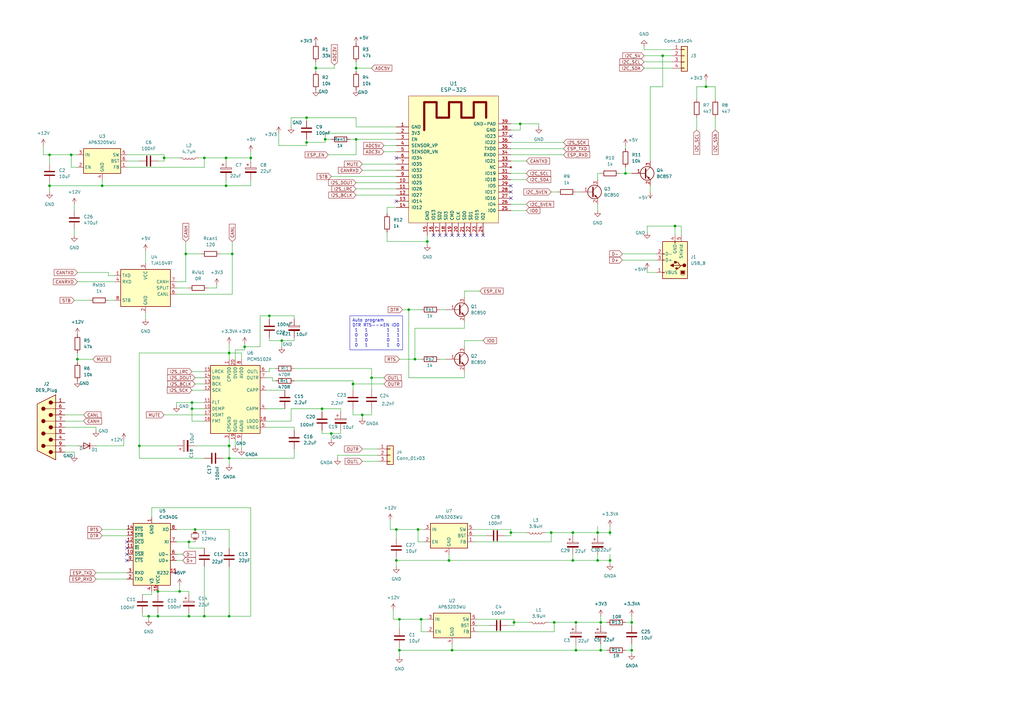
<source format=kicad_sch>
(kicad_sch (version 20231120) (generator "eeschema") (generator_version "8.0")
  (paper "A3")
  (junction (at 236.22 266.7))
  (junction (at 64.77 242.57))
  (junction (at 95.25 104.14))
  (junction (at 245.11 229.87))
  (junction (at 31.75 147.32))
  (junction (at 146.05 27.94))
  (junction (at 129.54 27.94))
  (junction (at 64.77 252.73))
  (junction (at 29.21 63.5))
  (junction (at 227.33 255.27))
  (junction (at 92.71 64.77))
  (junction (at 226.06 218.44))
  (junction (at 172.72 254))
  (junction (at 289.56 35.56))
  (junction (at 135.89 177.8))
  (junction (at 41.91 76.2))
  (junction (at 20.32 63.5))
  (junction (at 213.36 50.8))
  (junction (at 78.74 165.1))
  (junction (at 171.45 217.17))
  (junction (at 77.47 252.73))
  (junction (at 175.26 99.06))
  (junction (at 185.42 266.7))
  (junction (at 236.22 255.27))
  (junction (at 209.55 218.44))
  (junction (at 125.73 48.26))
  (junction (at 100.33 142.24))
  (junction (at 162.56 217.17))
  (junction (at 115.57 139.7))
  (junction (at 170.18 147.32))
  (junction (at 93.98 187.96))
  (junction (at 132.08 167.64))
  (junction (at 250.19 229.87))
  (junction (at 152.4 154.94))
  (junction (at 146.05 57.15))
  (junction (at 133.35 57.15))
  (junction (at 276.86 92.71))
  (junction (at 110.49 129.54))
  (junction (at 93.98 144.78))
  (junction (at 163.83 254))
  (junction (at 245.11 218.44))
  (junction (at 210.82 255.27))
  (junction (at 250.19 218.44))
  (junction (at 256.54 71.12))
  (junction (at 148.59 170.18))
  (junction (at 73.66 242.57))
  (junction (at 93.98 182.88))
  (junction (at 92.71 76.2))
  (junction (at 167.64 127))
  (junction (at 83.82 252.73))
  (junction (at 125.73 58.42))
  (junction (at 246.38 255.27))
  (junction (at 163.83 266.7))
  (junction (at 67.31 64.77))
  (junction (at 234.95 218.44))
  (junction (at 271.78 22.86))
  (junction (at 57.15 182.88))
  (junction (at 60.96 252.73))
  (junction (at 76.2 104.14))
  (junction (at 93.98 252.73))
  (junction (at 234.95 229.87))
  (junction (at 144.78 157.48))
  (junction (at 102.87 64.77))
  (junction (at 83.82 64.77))
  (junction (at 78.74 167.64))
  (junction (at 246.38 266.7))
  (junction (at 77.47 222.25))
  (junction (at 259.08 255.27))
  (junction (at 20.32 76.2))
  (junction (at 259.08 266.7))
  (junction (at 184.15 229.87))
  (junction (at 162.56 229.87))
  (junction (at 80.01 217.17))
  (no_connect (at 52.07 227.33))
  (no_connect (at 209.55 81.28))
  (no_connect (at 198.12 96.52))
  (no_connect (at 72.39 234.95))
  (no_connect (at 193.04 96.52))
  (no_connect (at 162.56 82.55))
  (no_connect (at 209.55 55.88))
  (no_connect (at 180.34 96.52))
  (no_connect (at 190.5 96.52))
  (no_connect (at 182.88 96.52))
  (no_connect (at 177.8 96.52))
  (no_connect (at 162.56 64.77))
  (no_connect (at 187.96 96.52))
  (no_connect (at 52.07 224.79))
  (no_connect (at 52.07 229.87))
  (no_connect (at 209.55 76.2))
  (no_connect (at 209.55 78.74))
  (no_connect (at 195.58 96.52))
  (no_connect (at 52.07 222.25))
  (no_connect (at 185.42 96.52))
  (wire (pts (xy 80.01 217.17) (xy 93.98 217.17)))
  (wire (pts (xy 266.7 35.56) (xy 266.7 66.04)))
  (wire (pts (xy 30.48 123.19) (xy 36.83 123.19)))
  (wire (pts (xy 31.75 147.32) (xy 38.1 147.32)))
  (wire (pts (xy 78.74 165.1) (xy 72.39 165.1)))
  (wire (pts (xy 119.38 52.07) (xy 119.38 48.26)))
  (wire (pts (xy 96.52 147.32) (xy 96.52 143.51)))
  (wire (pts (xy 100.33 142.24) (xy 106.68 142.24)))
  (wire (pts (xy 85.09 118.11) (xy 88.9 118.11)))
  (wire (pts (xy 102.87 252.73) (xy 93.98 252.73)))
  (wire (pts (xy 77.47 252.73) (xy 83.82 252.73)))
  (wire (pts (xy 279.4 96.52) (xy 279.4 92.71)))
  (wire (pts (xy 148.59 170.18) (xy 148.59 171.45)))
  (wire (pts (xy 99.06 144.78) (xy 93.98 144.78)))
  (wire (pts (xy 250.19 215.9) (xy 250.19 218.44)))
  (wire (pts (xy 209.55 66.04) (xy 215.9 66.04)))
  (wire (pts (xy 236.22 255.27) (xy 236.22 256.54)))
  (wire (pts (xy 148.59 170.18) (xy 152.4 170.18)))
  (wire (pts (xy 78.74 167.64) (xy 78.74 172.72)))
  (wire (pts (xy 209.55 50.8) (xy 213.36 50.8)))
  (wire (pts (xy 161.29 254) (xy 161.29 250.19)))
  (wire (pts (xy 184.15 229.87) (xy 184.15 227.33)))
  (wire (pts (xy 167.64 154.94) (xy 167.64 127)))
  (wire (pts (xy 148.59 184.15) (xy 154.94 184.15)))
  (wire (pts (xy 125.73 57.15) (xy 125.73 58.42)))
  (wire (pts (xy 106.68 129.54) (xy 110.49 129.54)))
  (wire (pts (xy 209.55 53.34) (xy 213.36 53.34)))
  (wire (pts (xy 293.37 48.26) (xy 293.37 53.34)))
  (wire (pts (xy 129.54 27.94) (xy 129.54 29.21)))
  (wire (pts (xy 83.82 64.77) (xy 83.82 68.58)))
  (wire (pts (xy 29.21 63.5) (xy 20.32 63.5)))
  (wire (pts (xy 57.15 182.88) (xy 72.39 182.88)))
  (wire (pts (xy 245.11 215.9) (xy 245.11 218.44)))
  (wire (pts (xy 64.77 252.73) (xy 77.47 252.73)))
  (wire (pts (xy 158.75 99.06) (xy 175.26 99.06)))
  (wire (pts (xy 165.1 127) (xy 167.64 127)))
  (wire (pts (xy 135.89 72.39) (xy 162.56 72.39)))
  (wire (pts (xy 133.35 54.61) (xy 162.56 54.61)))
  (wire (pts (xy 148.59 69.85) (xy 162.56 69.85)))
  (wire (pts (xy 77.47 251.46) (xy 77.47 252.73)))
  (wire (pts (xy 148.59 189.23) (xy 154.94 189.23)))
  (wire (pts (xy 67.31 63.5) (xy 67.31 64.77)))
  (wire (pts (xy 293.37 35.56) (xy 293.37 40.64)))
  (wire (pts (xy 20.32 76.2) (xy 20.32 78.74)))
  (wire (pts (xy 96.52 180.34) (xy 96.52 182.88)))
  (wire (pts (xy 102.87 64.77) (xy 102.87 66.04)))
  (wire (pts (xy 114.3 54.61) (xy 114.3 59.69)))
  (wire (pts (xy 78.74 165.1) (xy 78.74 167.64)))
  (wire (pts (xy 254 71.12) (xy 256.54 71.12)))
  (wire (pts (xy 115.57 139.7) (xy 115.57 142.24)))
  (wire (pts (xy 39.37 175.26) (xy 39.37 176.53)))
  (wire (pts (xy 250.19 218.44) (xy 250.19 219.71)))
  (wire (pts (xy 289.56 33.02) (xy 289.56 35.56)))
  (wire (pts (xy 132.08 177.8) (xy 135.89 177.8)))
  (wire (pts (xy 39.37 182.88) (xy 50.8 182.88)))
  (wire (pts (xy 62.23 212.09) (xy 62.23 208.28)))
  (wire (pts (xy 26.67 185.42) (xy 30.48 185.42)))
  (wire (pts (xy 119.38 172.72) (xy 119.38 167.64)))
  (wire (pts (xy 175.26 96.52) (xy 175.26 99.06)))
  (wire (pts (xy 246.38 255.27) (xy 246.38 256.54)))
  (wire (pts (xy 93.98 187.96) (xy 93.98 190.5)))
  (wire (pts (xy 190.5 134.62) (xy 170.18 134.62)))
  (wire (pts (xy 92.71 76.2) (xy 102.87 76.2)))
  (wire (pts (xy 100.33 142.24) (xy 100.33 140.97)))
  (wire (pts (xy 245.11 218.44) (xy 250.19 218.44)))
  (wire (pts (xy 234.95 229.87) (xy 245.11 229.87)))
  (wire (pts (xy 144.78 167.64) (xy 144.78 170.18)))
  (wire (pts (xy 259.08 266.7) (xy 259.08 267.97)))
  (wire (pts (xy 64.77 242.57) (xy 64.77 243.84)))
  (wire (pts (xy 144.78 156.21) (xy 144.78 157.48)))
  (wire (pts (xy 44.45 111.76) (xy 44.45 113.03)))
  (wire (pts (xy 59.69 128.27) (xy 59.69 130.81)))
  (wire (pts (xy 17.78 63.5) (xy 17.78 59.69)))
  (wire (pts (xy 72.39 227.33) (xy 74.93 227.33)))
  (wire (pts (xy 285.75 35.56) (xy 289.56 35.56)))
  (wire (pts (xy 44.45 123.19) (xy 46.99 123.19)))
  (wire (pts (xy 173.99 217.17) (xy 171.45 217.17)))
  (wire (pts (xy 264.16 27.94) (xy 275.59 27.94)))
  (wire (pts (xy 175.26 259.08) (xy 172.72 259.08)))
  (wire (pts (xy 266.7 76.2) (xy 266.7 78.74)))
  (wire (pts (xy 194.31 217.17) (xy 209.55 217.17)))
  (wire (pts (xy 256.54 71.12) (xy 259.08 71.12)))
  (wire (pts (xy 76.2 104.14) (xy 82.55 104.14)))
  (wire (pts (xy 83.82 165.1) (xy 78.74 165.1)))
  (wire (pts (xy 157.48 62.23) (xy 162.56 62.23)))
  (wire (pts (xy 77.47 222.25) (xy 77.47 224.79)))
  (wire (pts (xy 185.42 266.7) (xy 236.22 266.7)))
  (wire (pts (xy 132.08 167.64) (xy 139.7 167.64)))
  (wire (pts (xy 245.11 218.44) (xy 245.11 219.71)))
  (wire (pts (xy 58.42 252.73) (xy 60.96 252.73)))
  (wire (pts (xy 236.22 266.7) (xy 236.22 264.16)))
  (wire (pts (xy 195.58 259.08) (xy 227.33 259.08)))
  (wire (pts (xy 120.65 175.26) (xy 120.65 176.53)))
  (wire (pts (xy 246.38 255.27) (xy 248.92 255.27)))
  (wire (pts (xy 102.87 208.28) (xy 102.87 252.73)))
  (wire (pts (xy 135.89 177.8) (xy 139.7 177.8)))
  (wire (pts (xy 236.22 255.27) (xy 246.38 255.27)))
  (wire (pts (xy 72.39 217.17) (xy 80.01 217.17)))
  (wire (pts (xy 72.39 222.25) (xy 77.47 222.25)))
  (wire (pts (xy 246.38 252.73) (xy 246.38 255.27)))
  (wire (pts (xy 133.35 54.61) (xy 133.35 57.15)))
  (wire (pts (xy 31.75 147.32) (xy 31.75 148.59)))
  (wire (pts (xy 67.31 64.77) (xy 73.66 64.77)))
  (wire (pts (xy 246.38 264.16) (xy 246.38 266.7)))
  (wire (pts (xy 52.07 66.04) (xy 57.15 66.04)))
  (wire (pts (xy 120.65 156.21) (xy 144.78 156.21)))
  (wire (pts (xy 146.05 27.94) (xy 146.05 29.21)))
  (wire (pts (xy 41.91 219.71) (xy 52.07 219.71)))
  (wire (pts (xy 210.82 256.54) (xy 208.28 256.54)))
  (wire (pts (xy 210.82 254) (xy 210.82 255.27)))
  (wire (pts (xy 77.47 224.79) (xy 83.82 224.79)))
  (wire (pts (xy 264.16 20.32) (xy 275.59 20.32)))
  (wire (pts (xy 109.22 152.4) (xy 110.49 152.4)))
  (wire (pts (xy 80.01 154.94) (xy 83.82 154.94)))
  (wire (pts (xy 73.66 242.57) (xy 77.47 242.57)))
  (wire (pts (xy 220.98 50.8) (xy 220.98 52.07)))
  (wire (pts (xy 125.73 59.69) (xy 125.73 58.42)))
  (wire (pts (xy 276.86 92.71) (xy 279.4 92.71)))
  (wire (pts (xy 144.78 157.48) (xy 157.48 157.48)))
  (wire (pts (xy 72.39 229.87) (xy 74.93 229.87)))
  (wire (pts (xy 226.06 218.44) (xy 226.06 222.25)))
  (wire (pts (xy 190.5 119.38) (xy 190.5 121.92)))
  (wire (pts (xy 125.73 49.53) (xy 125.73 48.26)))
  (wire (pts (xy 256.54 68.58) (xy 256.54 71.12)))
  (wire (pts (xy 129.54 25.4) (xy 129.54 27.94)))
  (wire (pts (xy 78.74 160.02) (xy 83.82 160.02)))
  (wire (pts (xy 109.22 167.64) (xy 116.84 167.64)))
  (wire (pts (xy 102.87 62.23) (xy 102.87 64.77)))
  (wire (pts (xy 72.39 115.57) (xy 76.2 115.57)))
  (wire (pts (xy 167.64 127) (xy 172.72 127)))
  (wire (pts (xy 163.83 266.7) (xy 185.42 266.7)))
  (wire (pts (xy 132.08 176.53) (xy 132.08 177.8)))
  (wire (pts (xy 67.31 66.04) (xy 64.77 66.04)))
  (wire (pts (xy 162.56 229.87) (xy 184.15 229.87)))
  (wire (pts (xy 223.52 218.44) (xy 226.06 218.44)))
  (wire (pts (xy 120.65 129.54) (xy 120.65 130.81)))
  (wire (pts (xy 175.26 99.06) (xy 175.26 100.33)))
  (wire (pts (xy 209.55 71.12) (xy 215.9 71.12)))
  (wire (pts (xy 137.16 26.67) (xy 137.16 27.94)))
  (wire (pts (xy 265.43 111.76) (xy 265.43 110.49)))
  (wire (pts (xy 57.15 144.78) (xy 57.15 182.88)))
  (wire (pts (xy 289.56 35.56) (xy 293.37 35.56)))
  (wire (pts (xy 259.08 255.27) (xy 259.08 256.54)))
  (wire (pts (xy 173.99 222.25) (xy 171.45 222.25)))
  (wire (pts (xy 180.34 127) (xy 182.88 127)))
  (wire (pts (xy 209.55 60.96) (xy 231.14 60.96)))
  (wire (pts (xy 163.83 265.43) (xy 163.83 266.7)))
  (wire (pts (xy 93.98 182.88) (xy 93.98 187.96)))
  (wire (pts (xy 245.11 227.33) (xy 245.11 229.87)))
  (wire (pts (xy 256.54 255.27) (xy 259.08 255.27)))
  (wire (pts (xy 146.05 80.01) (xy 162.56 80.01)))
  (wire (pts (xy 139.7 167.64) (xy 139.7 168.91)))
  (wire (pts (xy 255.27 104.14) (xy 269.24 104.14)))
  (wire (pts (xy 77.47 242.57) (xy 77.47 243.84)))
  (wire (pts (xy 162.56 217.17) (xy 162.56 220.98)))
  (wire (pts (xy 64.77 252.73) (xy 64.77 251.46)))
  (wire (pts (xy 41.91 217.17) (xy 52.07 217.17)))
  (wire (pts (xy 114.3 59.69) (xy 125.73 59.69)))
  (wire (pts (xy 111.76 154.94) (xy 111.76 156.21)))
  (wire (pts (xy 209.55 219.71) (xy 207.01 219.71)))
  (wire (pts (xy 152.4 154.94) (xy 157.48 154.94)))
  (wire (pts (xy 195.58 256.54) (xy 200.66 256.54)))
  (wire (pts (xy 146.05 57.15) (xy 146.05 63.5)))
  (wire (pts (xy 91.44 187.96) (xy 93.98 187.96)))
  (wire (pts (xy 90.17 104.14) (xy 95.25 104.14)))
  (wire (pts (xy 72.39 120.65) (xy 95.25 120.65)))
  (wire (pts (xy 57.15 182.88) (xy 57.15 187.96)))
  (wire (pts (xy 80.01 182.88) (xy 93.98 182.88)))
  (wire (pts (xy 31.75 68.58) (xy 29.21 68.58)))
  (wire (pts (xy 259.08 264.16) (xy 259.08 266.7)))
  (wire (pts (xy 109.22 172.72) (xy 119.38 172.72)))
  (wire (pts (xy 110.49 138.43) (xy 110.49 139.7)))
  (wire (pts (xy 50.8 182.88) (xy 50.8 180.34)))
  (wire (pts (xy 83.82 232.41) (xy 83.82 252.73)))
  (wire (pts (xy 170.18 134.62) (xy 170.18 147.32)))
  (wire (pts (xy 67.31 170.18) (xy 83.82 170.18)))
  (wire (pts (xy 285.75 48.26) (xy 285.75 53.34)))
  (wire (pts (xy 160.02 217.17) (xy 160.02 213.36)))
  (wire (pts (xy 93.98 144.78) (xy 57.15 144.78)))
  (wire (pts (xy 146.05 77.47) (xy 162.56 77.47)))
  (wire (pts (xy 152.4 170.18) (xy 152.4 167.64)))
  (wire (pts (xy 58.42 251.46) (xy 58.42 252.73)))
  (wire (pts (xy 146.05 74.93) (xy 162.56 74.93)))
  (wire (pts (xy 60.96 252.73) (xy 64.77 252.73)))
  (wire (pts (xy 52.07 68.58) (xy 83.82 68.58)))
  (wire (pts (xy 72.39 165.1) (xy 72.39 166.37)))
  (wire (pts (xy 213.36 53.34) (xy 213.36 50.8)))
  (wire (pts (xy 110.49 139.7) (xy 115.57 139.7)))
  (wire (pts (xy 20.32 74.93) (xy 20.32 76.2)))
  (wire (pts (xy 120.65 151.13) (xy 152.4 151.13)))
  (wire (pts (xy 152.4 154.94) (xy 152.4 160.02)))
  (wire (pts (xy 163.83 254) (xy 163.83 257.81)))
  (wire (pts (xy 132.08 167.64) (xy 132.08 168.91)))
  (wire (pts (xy 29.21 68.58) (xy 29.21 63.5)))
  (wire (pts (xy 250.19 227.33) (xy 250.19 229.87)))
  (wire (pts (xy 209.55 217.17) (xy 209.55 218.44)))
  (wire (pts (xy 146.05 52.07) (xy 162.56 52.07)))
  (wire (pts (xy 95.25 104.14) (xy 95.25 99.06)))
  (wire (pts (xy 264.16 19.05) (xy 264.16 20.32)))
  (wire (pts (xy 171.45 217.17) (xy 162.56 217.17)))
  (wire (pts (xy 269.24 111.76) (xy 265.43 111.76)))
  (wire (pts (xy 170.18 147.32) (xy 172.72 147.32)))
  (wire (pts (xy 81.28 64.77) (xy 83.82 64.77)))
  (wire (pts (xy 78.74 152.4) (xy 83.82 152.4)))
  (wire (pts (xy 213.36 50.8) (xy 220.98 50.8)))
  (wire (pts (xy 146.05 48.26) (xy 146.05 52.07)))
  (wire (pts (xy 102.87 73.66) (xy 102.87 76.2)))
  (wire (pts (xy 227.33 255.27) (xy 236.22 255.27)))
  (wire (pts (xy 93.98 217.17) (xy 93.98 224.79)))
  (wire (pts (xy 26.67 182.88) (xy 31.75 182.88)))
  (wire (pts (xy 250.19 229.87) (xy 250.19 231.14)))
  (wire (pts (xy 146.05 57.15) (xy 162.56 57.15)))
  (wire (pts (xy 264.16 25.4) (xy 275.59 25.4)))
  (wire (pts (xy 109.22 154.94) (xy 111.76 154.94)))
  (wire (pts (xy 41.91 76.2) (xy 92.71 76.2)))
  (wire (pts (xy 109.22 175.26) (xy 120.65 175.26)))
  (wire (pts (xy 148.59 67.31) (xy 162.56 67.31)))
  (wire (pts (xy 99.06 180.34) (xy 99.06 184.15)))
  (wire (pts (xy 31.75 63.5) (xy 29.21 63.5)))
  (wire (pts (xy 163.83 147.32) (xy 170.18 147.32)))
  (wire (pts (xy 264.16 22.86) (xy 271.78 22.86)))
  (wire (pts (xy 185.42 266.7) (xy 185.42 264.16)))
  (wire (pts (xy 245.11 73.66) (xy 245.11 71.12)))
  (wire (pts (xy 111.76 156.21) (xy 113.03 156.21)))
  (wire (pts (xy 93.98 252.73) (xy 93.98 232.41)))
  (wire (pts (xy 190.5 139.7) (xy 198.12 139.7)))
  (wire (pts (xy 226.06 218.44) (xy 234.95 218.44)))
  (wire (pts (xy 152.4 151.13) (xy 152.4 154.94)))
  (wire (pts (xy 92.71 64.77) (xy 102.87 64.77)))
  (wire (pts (xy 190.5 152.4) (xy 190.5 154.94)))
  (wire (pts (xy 110.49 129.54) (xy 120.65 129.54)))
  (wire (pts (xy 210.82 255.27) (xy 210.82 256.54)))
  (wire (pts (xy 64.77 242.57) (xy 73.66 242.57)))
  (wire (pts (xy 92.71 64.77) (xy 92.71 66.04)))
  (wire (pts (xy 175.26 254) (xy 172.72 254)))
  (wire (pts (xy 172.72 254) (xy 163.83 254)))
  (wire (pts (xy 209.55 218.44) (xy 209.55 219.71)))
  (wire (pts (xy 20.32 63.5) (xy 17.78 63.5)))
  (wire (pts (xy 39.37 234.95) (xy 52.07 234.95)))
  (wire (pts (xy 125.73 58.42) (xy 133.35 58.42)))
  (wire (pts (xy 129.54 27.94) (xy 137.16 27.94)))
  (wire (pts (xy 31.75 144.78) (xy 31.75 147.32)))
  (wire (pts (xy 162.56 229.87) (xy 162.56 232.41)))
  (wire (pts (xy 93.98 147.32) (xy 93.98 144.78)))
  (wire (pts (xy 234.95 229.87) (xy 234.95 227.33)))
  (wire (pts (xy 39.37 237.49) (xy 52.07 237.49)))
  (wire (pts (xy 26.67 170.18) (xy 34.29 170.18)))
  (wire (pts (xy 88.9 118.11) (xy 88.9 116.84)))
  (wire (pts (xy 78.74 167.64) (xy 83.82 167.64)))
  (wire (pts (xy 99.06 147.32) (xy 99.06 144.78)))
  (wire (pts (xy 83.82 64.77) (xy 92.71 64.77)))
  (wire (pts (xy 73.66 240.03) (xy 73.66 242.57)))
  (wire (pts (xy 30.48 96.52) (xy 30.48 93.98)))
  (wire (pts (xy 44.45 113.03) (xy 46.99 113.03)))
  (wire (pts (xy 62.23 242.57) (xy 62.23 243.84)))
  (wire (pts (xy 93.98 140.97) (xy 93.98 144.78)))
  (wire (pts (xy 95.25 120.65) (xy 95.25 104.14)))
  (wire (pts (xy 236.22 78.74) (xy 237.49 78.74)))
  (wire (pts (xy 110.49 152.4) (xy 110.49 151.13)))
  (wire (pts (xy 119.38 48.26) (xy 125.73 48.26)))
  (wire (pts (xy 125.73 48.26) (xy 146.05 48.26)))
  (wire (pts (xy 144.78 157.48) (xy 144.78 160.02)))
  (wire (pts (xy 163.83 266.7) (xy 163.83 269.24)))
  (wire (pts (xy 59.69 102.87) (xy 59.69 107.95)))
  (wire (pts (xy 209.55 86.36) (xy 215.9 86.36)))
  (wire (pts (xy 20.32 76.2) (xy 41.91 76.2)))
  (wire (pts (xy 163.83 254) (xy 161.29 254)))
  (wire (pts (xy 96.52 143.51) (xy 100.33 143.51)))
  (wire (pts (xy 78.74 172.72) (xy 83.82 172.72)))
  (wire (pts (xy 154.94 186.69) (xy 138.43 186.69)))
  (wire (pts (xy 31.75 111.76) (xy 44.45 111.76)))
  (wire (pts (xy 30.48 83.82) (xy 30.48 86.36)))
  (wire (pts (xy 110.49 130.81) (xy 110.49 129.54)))
  (wire (pts (xy 109.22 160.02) (xy 116.84 160.02)))
  (wire (pts (xy 209.55 58.42) (xy 231.14 58.42)))
  (wire (pts (xy 143.51 57.15) (xy 146.05 57.15)))
  (wire (pts (xy 195.58 254) (xy 210.82 254)))
  (wire (pts (xy 171.45 222.25) (xy 171.45 217.17)))
  (wire (pts (xy 162.56 85.09) (xy 158.75 85.09)))
  (wire (pts (xy 234.95 218.44) (xy 245.11 218.44)))
  (wire (pts (xy 77.47 222.25) (xy 80.01 222.25)))
  (wire (pts (xy 256.54 59.69) (xy 256.54 60.96)))
  (wire (pts (xy 120.65 187.96) (xy 120.65 184.15)))
  (wire (pts (xy 60.96 252.73) (xy 60.96 254)))
  (wire (pts (xy 52.07 63.5) (xy 67.31 63.5)))
  (wire (pts (xy 139.7 177.8) (xy 139.7 176.53)))
  (wire (pts (xy 236.22 266.7) (xy 246.38 266.7)))
  (wire (pts (xy 110.49 151.13) (xy 113.03 151.13)))
  (wire (pts (xy 271.78 35.56) (xy 266.7 35.56)))
  (wire (pts (xy 20.32 63.5) (xy 20.32 67.31)))
  (wire (pts (xy 133.35 57.15) (xy 135.89 57.15)))
  (wire (pts (xy 26.67 175.26) (xy 39.37 175.26)))
  (wire (pts (xy 67.31 64.77) (xy 67.31 66.04)))
  (wire (pts (xy 227.33 255.27) (xy 227.33 259.08)))
  (wire (pts (xy 92.71 76.2) (xy 92.71 73.66)))
  (wire (pts (xy 26.67 172.72) (xy 34.29 172.72)))
  (wire (pts (xy 58.42 243.84) (xy 62.23 243.84)))
  (wire (pts (xy 106.68 142.24) (xy 106.68 129.54)))
  (wire (pts (xy 276.86 96.52) (xy 276.86 92.71)))
  (wire (pts (xy 246.38 266.7) (xy 248.92 266.7)))
  (wire (pts (xy 256.54 266.7) (xy 259.08 266.7)))
  (wire (pts (xy 57.15 187.96) (xy 83.82 187.96)))
  (wire (pts (xy 190.5 119.38) (xy 196.85 119.38)))
  (wire (pts (xy 62.23 208.28) (xy 102.87 208.28)))
  (wire (pts (xy 144.78 170.18) (xy 148.59 170.18)))
  (wire (pts (xy 93.98 187.96) (xy 120.65 187.96)))
  (wire (pts (xy 100.33 143.51) (xy 100.33 142.24)))
  (wire (pts (xy 162.56 217.17) (xy 160.02 217.17)))
  (wire (pts (xy 115.57 139.7) (xy 120.65 139.7)))
  (wire (pts (xy 119.38 167.64) (xy 132.08 167.64)))
  (wire (pts (xy 76.2 104.14) (xy 76.2 99.06)))
  (wire (pts (xy 72.39 118.11) (xy 77.47 118.11)))
  (wire (pts (xy 120.65 139.7) (xy 120.65 138.43)))
  (wire (pts (xy 146.05 63.5) (xy 134.62 63.5)))
  (wire (pts (xy 224.79 255.27) (xy 227.33 255.27)))
  (wire (pts (xy 172.72 259.08) (xy 172.72 254)))
  (wire (pts (xy 209.55 83.82) (xy 215.9 83.82)))
  (wire (pts (xy 245.11 229.87) (xy 250.19 229.87)))
  (wire (pts (xy 158.75 95.25) (xy 158.75 99.06)))
  (wire (pts (xy 271.78 22.86) (xy 271.78 35.56)))
  (wire (pts (xy 162.56 228.6) (xy 162.56 229.87)))
  (wire (pts (xy 194.31 222.25) (xy 226.06 222.25)))
  (wire (pts (xy 133.35 58.42) (xy 133.35 57.15)))
  (wire (pts (xy 190.5 142.24) (xy 190.5 139.7)))
  (wire (pts (xy 157.48 59.69) (xy 162.56 59.69)))
  (wire (pts (xy 285.75 35.56) (xy 285.75 40.64)))
  (wire (pts (xy 93.98 180.34) (xy 93.98 182.88)))
  (wire (pts (xy 190.5 132.08) (xy 190.5 134.62)))
  (wire (pts (xy 209.55 63.5) (xy 231.14 63.5)))
  (wire (pts (xy 194.31 219.71) (xy 199.39 219.71)))
  (wire (pts (xy 259.08 252.73) (xy 259.08 255.27)))
  (wire (pts (xy 209.55 73.66) (xy 215.9 73.66)))
  (wire (pts (xy 184.15 229.87) (xy 234.95 229.87)))
  (wire (pts (xy 265.43 92.71) (xy 276.86 92.71)))
  (wire (pts (xy 234.95 218.44) (xy 234.95 219.71)))
  (wire (pts (xy 226.06 78.74) (xy 228.6 78.74)))
  (wire (pts (xy 138.43 186.69) (xy 138.43 187.96)))
  (wire (pts (xy 275.59 22.86) (xy 271.78 22.86)))
  (wire (pts (xy 76.2 115.57) (xy 76.2 104.14)))
  (wire (pts (xy 135.89 177.8) (xy 135.89 180.34)))
  (wire (pts (xy 180.34 147.32) (xy 182.88 147.32)))
  (wire (pts (xy 30.48 185.42) (xy 30.48 186.69)))
  (wire (pts (xy 190.5 154.94) (xy 167.64 154.94)))
  (wire (pts (xy 158.75 85.09) (xy 158.75 87.63)))
  (wire (pts (xy 245.11 71.12) (xy 246.38 71.12)))
  (wire (pts (xy 83.82 252.73) (xy 93.98 252.73)))
  (wire (pts (xy 146.05 25.4) (xy 146.05 27.94)))
  (wire (pts (xy 255.27 106.68) (xy 269.24 106.68)))
  (wire (pts (xy 146.05 27.94) (xy 152.4 27.94)))
  (wire (pts (xy 80.01 157.48) (xy 83.82 157.48)))
  (wire (pts (xy 265.43 92.71) (xy 265.43 95.25)))
  (wire (pts (xy 209.55 218.44) (xy 215.9 218.44)))
  (wire (pts (xy 210.82 255.27) (xy 217.17 255.27)))
  (wire (pts (xy 41.91 73.66) (xy 41.91 76.2)))
  (wire (pts (xy 245.11 83.82) (xy 245.11 86.36)))
  (wire (pts (xy 31.75 115.57) (xy 46.99 115.57)))
  (text_box "Auto program\nDTR RTS-->EN IO0\n 1   1        1   1\n 0   0        1   1\n 1   0        0   1\n 0   1        1   0" (at 143.51 129.54 0) (size 21.59 13.97) (effects (font (size 1.27 1.27)) (justify left top)))
  (global_label "ESP_RXD" (shape input) (at 39.37 237.49 180) (property "Intersheetrefs" "${INTERSHEET_REFS}" (effects (hide yes))))
  (global_label "I2S_LRC" (shape input) (at 146.05 77.47 180) (property "Intersheetrefs" "${INTERSHEET_REFS}" (effects (hide yes))))
  (global_label "OUTL" (shape input) (at 148.59 189.23 180) (property "Intersheetrefs" "${INTERSHEET_REFS}" (effects (hide yes))))
  (global_label "I2S_BCLK" (shape input) (at 146.05 80.01 180) (property "Intersheetrefs" "${INTERSHEET_REFS}" (effects (hide yes))))
  (global_label "I2S_DOUT" (shape input) (at 146.05 74.93 180) (property "Intersheetrefs" "${INTERSHEET_REFS}" (effects (hide yes))))
  (global_label "ESP_EN" (shape input) (at 134.62 63.5 180) (property "Intersheetrefs" "${INTERSHEET_REFS}" (effects (hide yes))))
  (global_label "CANRXD" (shape input) (at 31.75 115.57 180) (property "Intersheetrefs" "${INTERSHEET_REFS}" (effects (hide yes))))
  (global_label "ESP_TXD" (shape input) (at 231.14 60.96 0) (property "Intersheetrefs" "${INTERSHEET_REFS}" (effects (hide yes))))
  (global_label "I2C_SCL" (shape input) (at 285.75 53.34 270) (property "Intersheetrefs" "${INTERSHEET_REFS}" (effects (hide yes))))
  (global_label "MUTE" (shape input) (at 67.31 170.18 180) (property "Intersheetrefs" "${INTERSHEET_REFS}" (effects (hide yes))))
  (global_label "OUTL" (shape input) (at 157.48 154.94 0) (property "Intersheetrefs" "${INTERSHEET_REFS}" (effects (hide yes))))
  (global_label "RTS" (shape input) (at 41.91 217.17 180) (property "Intersheetrefs" "${INTERSHEET_REFS}" (effects (hide yes))))
  (global_label "CANRXD" (shape input) (at 148.59 69.85 180) (property "Intersheetrefs" "${INTERSHEET_REFS}" (effects (hide yes))))
  (global_label "I2S_LRC" (shape input) (at 78.74 152.4 180) (property "Intersheetrefs" "${INTERSHEET_REFS}" (effects (hide yes))))
  (global_label "D-" (shape input) (at 74.93 227.33 0) (property "Intersheetrefs" "${INTERSHEET_REFS}" (effects (hide yes))))
  (global_label "I2C_SDA" (shape input) (at 264.16 27.94 180) (property "Intersheetrefs" "${INTERSHEET_REFS}" (effects (hide yes))))
  (global_label "I2C_SCL" (shape input) (at 215.9 71.12 0) (property "Intersheetrefs" "${INTERSHEET_REFS}" (effects (hide yes))))
  (global_label "STB" (shape input) (at 30.48 123.19 180) (property "Intersheetrefs" "${INTERSHEET_REFS}" (effects (hide yes))))
  (global_label "CANL" (shape input) (at 95.25 99.06 90) (property "Intersheetrefs" "${INTERSHEET_REFS}" (effects (hide yes))))
  (global_label "ESP_RXD" (shape input) (at 231.14 63.5 0) (property "Intersheetrefs" "${INTERSHEET_REFS}" (effects (hide yes))))
  (global_label "MUTE" (shape input) (at 38.1 147.32 0) (property "Intersheetrefs" "${INTERSHEET_REFS}" (effects (hide yes))))
  (global_label "I2S_SCK" (shape input) (at 231.14 58.42 0) (property "Intersheetrefs" "${INTERSHEET_REFS}" (effects (hide yes))))
  (global_label "I2C_SCL" (shape input) (at 264.16 25.4 180) (property "Intersheetrefs" "${INTERSHEET_REFS}" (effects (hide yes))))
  (global_label "STB" (shape input) (at 135.89 72.39 180) (property "Intersheetrefs" "${INTERSHEET_REFS}" (effects (hide yes))))
  (global_label "D+" (shape input) (at 74.93 229.87 0) (property "Intersheetrefs" "${INTERSHEET_REFS}" (effects (hide yes))))
  (global_label "ADC3V" (shape input) (at 157.48 62.23 180) (property "Intersheetrefs" "${INTERSHEET_REFS}" (effects (hide yes))))
  (global_label "ADC5V" (shape input) (at 157.48 59.69 180) (property "Intersheetrefs" "${INTERSHEET_REFS}" (effects (hide yes))))
  (global_label "ADC3V" (shape input) (at 137.16 26.67 90) (property "Intersheetrefs" "${INTERSHEET_REFS}" (effects (hide yes))))
  (global_label "DTR" (shape input) (at 165.1 127 180) (property "Intersheetrefs" "${INTERSHEET_REFS}" (effects (hide yes))))
  (global_label "CANH" (shape input) (at 76.2 99.06 90) (property "Intersheetrefs" "${INTERSHEET_REFS}" (effects (hide yes))))
  (global_label "I2S_DOUT" (shape input) (at 80.01 154.94 180) (property "Intersheetrefs" "${INTERSHEET_REFS}" (effects (hide yes))))
  (global_label "OUTR" (shape input) (at 148.59 184.15 180) (property "Intersheetrefs" "${INTERSHEET_REFS}" (effects (hide yes))))
  (global_label "IO0" (shape input) (at 198.12 139.7 0) (property "Intersheetrefs" "${INTERSHEET_REFS}" (effects (hide yes))))
  (global_label "CANTXD" (shape input) (at 215.9 66.04 0) (property "Intersheetrefs" "${INTERSHEET_REFS}" (effects (hide yes))))
  (global_label "MUTE" (shape input) (at 148.59 67.31 180) (property "Intersheetrefs" "${INTERSHEET_REFS}" (effects (hide yes))))
  (global_label "CANTXD" (shape input) (at 31.75 111.76 180) (property "Intersheetrefs" "${INTERSHEET_REFS}" (effects (hide yes))))
  (global_label "OUTR" (shape input) (at 157.48 157.48 0) (property "Intersheetrefs" "${INTERSHEET_REFS}" (effects (hide yes))))
  (global_label "IO0" (shape input) (at 215.9 86.36 0) (property "Intersheetrefs" "${INTERSHEET_REFS}" (effects (hide yes))))
  (global_label "I2C_5VEN" (shape input) (at 215.9 83.82 0) (property "Intersheetrefs" "${INTERSHEET_REFS}" (effects (hide yes))))
  (global_label "I2S_SCK" (shape input) (at 78.74 160.02 180) (property "Intersheetrefs" "${INTERSHEET_REFS}" (effects (hide yes))))
  (global_label "I2S_BCLK" (shape input) (at 80.01 157.48 180) (property "Intersheetrefs" "${INTERSHEET_REFS}" (effects (hide yes))))
  (global_label "I2C_5VEN" (shape input) (at 226.06 78.74 180) (property "Intersheetrefs" "${INTERSHEET_REFS}" (effects (hide yes))))
  (global_label "D+" (shape input) (at 255.27 106.68 180) (property "Intersheetrefs" "${INTERSHEET_REFS}" (effects (hide yes))))
  (global_label "CANL" (shape input) (at 34.29 170.18 0) (property "Intersheetrefs" "${INTERSHEET_REFS}" (effects (hide yes))))
  (global_label "D-" (shape input) (at 255.27 104.14 180) (property "Intersheetrefs" "${INTERSHEET_REFS}" (effects (hide yes))))
  (global_label "I2C_SDA" (shape input) (at 215.9 73.66 0) (property "Intersheetrefs" "${INTERSHEET_REFS}" (effects (hide yes))))
  (global_label "ADC5V" (shape input) (at 152.4 27.94 0) (property "Intersheetrefs" "${INTERSHEET_REFS}" (effects (hide yes))))
  (global_label "DTR" (shape input) (at 41.91 219.71 180) (property "Intersheetrefs" "${INTERSHEET_REFS}" (effects (hide yes))))
  (global_label "RTS" (shape input) (at 163.83 147.32 180) (property "Intersheetrefs" "${INTERSHEET_REFS}" (effects (hide yes))))
  (global_label "ESP_EN" (shape input) (at 196.85 119.38 0) (property "Intersheetrefs" "${INTERSHEET_REFS}" (effects (hide yes))))
  (global_label "CANH" (shape input) (at 34.29 172.72 0) (property "Intersheetrefs" "${INTERSHEET_REFS}" (effects (hide yes))))
  (global_label "I2C_SDA" (shape input) (at 293.37 53.34 270) (property "Intersheetrefs" "${INTERSHEET_REFS}" (effects (hide yes))))
  (global_label "I2C_5V" (shape input) (at 264.16 22.86 180) (property "Intersheetrefs" "${INTERSHEET_REFS}" (effects (hide yes))))
  (global_label "ESP_TXD" (shape input) (at 39.37 234.95 180) (property "Intersheetrefs" "${INTERSHEET_REFS}" (effects (hide yes))))
  (symbol (lib_id "Device:C") (at 110.49 134.62 0) (unit 1)
    (property "Reference" "C22" (at 117.094 136.398 0) (effects (justify right)))
    (property "Value" "100nF" (at 119.634 133.096 0) (effects (justify right)))
    (property "Footprint" "Capacitor_SMD:C_0603_1608Metric_Pad1.08x0.95mm_HandSolder" (effects (hide yes)))
    (property "Description" "Unpolarized capacitor" (effects (hide yes)))
  )
  (symbol (lib_id "Device:L") (at 220.98 255.27 270) (unit 1)
    (property "Reference" "L1" (at 220.98 250.19 90))
    (property "Value" "3.9uH" (at 220.98 252.73 90))
    (property "Footprint" "Inductor_SMD:L_TracoPower_TCK-047_5.2x5.8mm" (effects (hide yes)))
    (property "Description" "Inductor" (effects (hide yes)))
  )
  (symbol (lib_id "Device:R") (at 250.19 71.12 270) (unit 1)
    (property "Reference" "R10" (at 250.19 64.77 90))
    (property "Value" "1k" (at 250.19 67.31 90))
    (property "Footprint" "Resistor_SMD:R_0603_1608Metric_Pad0.98x0.95mm_HandSolder" (effects (hide yes)))
    (property "Description" "Resistor" (effects (hide yes)))
  )
  (symbol (lib_id "ESP32-footprints-Shem-Lib:ESP-32S") (at 186.69 69.85 0) (unit 1)
    (property "Reference" "U1" (at 186.055 34.29 0) (effects (font (size 1.524 1.524))))
    (property "Value" "ESP-32S" (at 186.055 36.83 0) (effects (font (size 1.524 1.524))))
    (property "Footprint" "ESP32-footprints-Lib:ESP-32S" (effects (hide yes)))
  )
  (symbol (lib_id "Connector:DE9_Plug") (at 19.05 175.26 180) (unit 1)
    (property "Reference" "J2" (at 19.05 157.48 0))
    (property "Value" "DE9_Plug" (at 19.05 160.02 0))
    (property "Footprint" "Connector_Dsub:DSUB-9_Male_EdgeMount_P2.77mm" (effects (hide yes)))
    (property "Description" "9-pin male plug pin D-SUB connector" (effects (hide yes)))
  )
  (symbol (lib_id "power:+12V") (at 31.75 137.16 0) (unit 1)
    (property "Reference" "#PWR034" (effects (hide yes)))
    (property "Value" "+12V" (at 31.75 132.08 0))
    (property "Description" "Power symbol creates a global label with name \"+12V\"" (effects (hide yes)))
  )
  (symbol (lib_id "Device:C") (at 30.48 90.17 0) (unit 1)
    (property "Reference" "C26" (at 34.29 88.8999 0) (effects (justify left)))
    (property "Value" "470uF" (at 34.29 91.4399 0) (effects (justify left)))
    (property "Footprint" "Capacitor_THT:CP_Radial_D16.0mm_P7.50mm" (effects (hide yes)))
    (property "Description" "Unpolarized capacitor" (effects (hide yes)))
  )
  (symbol (lib_id "Device:C_Polarized") (at 76.2 182.88 90) (unit 1)
    (property "Reference" "C18" (at 78.486 187.96 0) (effects (justify left)))
    (property "Value" "10uF" (at 78.74 182.118 0) (effects (justify left)))
    (property "Footprint" "Capacitor_SMD:C_0603_1608Metric_Pad1.08x0.95mm_HandSolder" (effects (hide yes)))
    (property "Description" "Polarized capacitor" (effects (hide yes)))
  )
  (symbol (lib_id "Device:C") (at 162.56 224.79 0) (unit 1)
    (property "Reference" "C27" (at 166.37 223.5199 0) (effects (justify left)))
    (property "Value" "10uF" (at 166.37 226.0599 0) (effects (justify left)))
    (property "Footprint" "Capacitor_SMD:C_0603_1608Metric_Pad1.08x0.95mm_HandSolder" (effects (hide yes)))
    (property "Description" "Unpolarized capacitor" (effects (hide yes)))
  )
  (symbol (lib_id "Device:R") (at 232.41 78.74 90) (unit 1)
    (property "Reference" "R9" (at 232.41 72.39 90))
    (property "Value" "1k" (at 232.41 74.93 90))
    (property "Footprint" "Resistor_SMD:R_0603_1608Metric_Pad0.98x0.95mm_HandSolder" (effects (hide yes)))
    (property "Description" "Resistor" (effects (hide yes)))
  )
  (symbol (lib_id "Connector_Generic:Conn_01x03") (at 160.02 186.69 0) (unit 1)
    (property "Reference" "J4" (at 162.56 185.4199 0) (effects (justify left)))
    (property "Value" "Conn_01x03" (at 162.56 187.9599 0) (effects (justify left)))
    (property "Footprint" "Connector_PinHeader_2.54mm:PinHeader_1x03_P2.54mm_Vertical" (effects (hide yes)))
    (property "Description" "Generic connector, single row, 01x03, script generated (kicad-library-utils/schlib/autogen/connector/)" (effects (hide yes)))
  )
  (symbol (lib_id "power:GND") (at 20.32 78.74 0) (unit 1)
    (property "Reference" "#PWR05" (effects (hide yes)))
    (property "Value" "GND" (at 20.32 83.82 0))
    (property "Description" "Power symbol creates a global label with name \"GND\" , ground" (effects (hide yes)))
  )
  (symbol (lib_id "Device:R") (at 86.36 104.14 270) (unit 1)
    (property "Reference" "Rcan1" (at 86.36 97.79 90))
    (property "Value" "120" (at 86.36 100.33 90))
    (property "Footprint" "Resistor_SMD:R_0603_1608Metric_Pad0.98x0.95mm_HandSolder" (effects (hide yes)))
    (property "Description" "Resistor" (effects (hide yes)))
  )
  (symbol (lib_id "power:+5VP") (at 73.66 240.03 0) (unit 1)
    (property "Reference" "#PWR021" (effects (hide yes)))
    (property "Value" "+5VP" (at 73.66 234.95 0))
    (property "Description" "Power symbol creates a global label with name \"+5VP\"" (effects (hide yes)))
  )
  (symbol (lib_id "Device:R") (at 139.7 57.15 90) (unit 1)
    (property "Reference" "Ren1" (at 139.446 57.15 90))
    (property "Value" "1k" (at 139.446 59.69 90))
    (property "Footprint" "Resistor_SMD:R_0603_1608Metric_Pad0.98x0.95mm_HandSolder" (effects (hide yes)))
    (property "Description" "Resistor" (effects (hide yes)))
  )
  (symbol (lib_id "Device:C") (at 120.65 180.34 0) (unit 1)
    (property "Reference" "C16" (at 124.46 179.0699 0) (effects (justify left)))
    (property "Value" "2.2uF" (at 124.46 181.6099 0) (effects (justify left)))
    (property "Footprint" "Capacitor_SMD:C_0603_1608Metric_Pad1.08x0.95mm_HandSolder" (effects (hide yes)))
    (property "Description" "Unpolarized capacitor" (effects (hide yes)))
  )
  (symbol (lib_id "Device:Crystal_Small") (at 80.01 219.71 90) (unit 1)
    (property "Reference" "Y1" (at 82.55 218.4399 90) (effects (justify right)))
    (property "Value" "12Mhz" (at 82.55 220.9799 90) (effects (justify right)))
    (property "Footprint" "Crystal:Crystal_SMD_HC49-SD_HandSoldering" (effects (hide yes)))
    (property "Description" "Two pin crystal, small symbol" (effects (hide yes)))
  )
  (symbol (lib_id "power:GND") (at 115.57 142.24 0) (unit 1)
    (property "Reference" "#PWR032" (effects (hide yes)))
    (property "Value" "GND" (at 117.856 141.224 0))
    (property "Description" "Power symbol creates a global label with name \"GND\" , ground" (effects (hide yes)))
  )
  (symbol (lib_id "power:GND") (at 96.52 182.88 0) (unit 1)
    (property "Reference" "#PWR029" (effects (hide yes)))
    (property "Value" "GND" (at 98.806 181.864 0))
    (property "Description" "Power symbol creates a global label with name \"GND\" , ground" (effects (hide yes)))
  )
  (symbol (lib_id "Device:C_Polarized") (at 92.71 69.85 0) (unit 1)
    (property "Reference" "C7" (at 96.52 67.6909 0) (effects (justify left)))
    (property "Value" "22uF" (at 94.234 72.136 0) (effects (justify left)))
    (property "Footprint" "Capacitor_SMD:C_1210_3225Metric_Pad1.33x2.70mm_HandSolder" (effects (hide yes)))
    (property "Description" "Polarized capacitor" (effects (hide yes)))
  )
  (symbol (lib_id "Device:R") (at 252.73 266.7 90) (unit 1)
    (property "Reference" "R14" (at 252.73 266.7 90))
    (property "Value" "1R" (at 252.73 268.986 90))
    (property "Footprint" "Resistor_SMD:R_1206_3216Metric_Pad1.30x1.75mm_HandSolder" (effects (hide yes)))
    (property "Description" "Resistor" (effects (hide yes)))
  )
  (symbol (lib_id "power:+3.3VA") (at 250.19 215.9 0) (unit 1)
    (property "Reference" "#PWR048" (effects (hide yes)))
    (property "Value" "+3.3VA" (at 250.19 210.82 0))
    (property "Description" "Power symbol creates a global label with name \"+3.3VA\"" (effects (hide yes)))
  )
  (symbol (lib_id "power:+12V") (at 30.48 83.82 0) (unit 1)
    (property "Reference" "#PWR043" (effects (hide yes)))
    (property "Value" "+12V" (at 30.48 78.74 0))
    (property "Description" "Power symbol creates a global label with name \"+12V\"" (effects (hide yes)))
  )
  (symbol (lib_id "power:+3V3") (at 88.9 116.84 0) (unit 1)
    (property "Reference" "#PWR09" (effects (hide yes)))
    (property "Value" "+3V3" (at 88.9 111.76 0))
    (property "Description" "Power symbol creates a global label with name \"+3V3\"" (effects (hide yes)))
  )
  (symbol (lib_id "Device:R") (at 252.73 255.27 90) (unit 1)
    (property "Reference" "R13" (at 252.73 255.27 90))
    (property "Value" "10R" (at 252.984 252.984 90))
    (property "Footprint" "Resistor_SMD:R_1206_3216Metric_Pad1.30x1.75mm_HandSolder" (effects (hide yes)))
    (property "Description" "Resistor" (effects (hide yes)))
  )
  (symbol (lib_id "Transistor_BJT:BC850") (at 187.96 127 0) (unit 1)
    (property "Reference" "Q1" (at 193.04 125.7299 0) (effects (justify left)))
    (property "Value" "BC850" (at 193.04 128.2699 0) (effects (justify left)))
    (property "Footprint" "Package_TO_SOT_SMD:SOT-23_Handsoldering" (effects (hide yes)))
    (property "Datasheet" "http://www.infineon.com/dgdl/Infineon-BC847SERIES_BC848SERIES_BC849SERIES_BC850SERIES-DS-v01_01-en.pdf?fileId=db3a304314dca389011541d4630a1657" (effects (hide yes)))
    (property "Description" "0.1A Ic, 45V Vce, NPN Transistor, SOT-23" (effects (hide yes)))
  )
  (symbol (lib_id "power:GND") (at 135.89 180.34 0) (unit 1)
    (property "Reference" "#PWR031" (effects (hide yes)))
    (property "Value" "GND" (at 138.176 179.324 0))
    (property "Description" "Power symbol creates a global label with name \"GND\" , ground" (effects (hide yes)))
  )
  (symbol (lib_id "power:+5V") (at 146.05 17.78 0) (unit 1)
    (property "Reference" "#PWR017" (effects (hide yes)))
    (property "Value" "+5V" (at 149.098 15.494 0))
    (property "Description" "Power symbol creates a global label with name \"+5V\"" (effects (hide yes)))
  )
  (symbol (lib_id "Transistor_BJT:BC850") (at 242.57 78.74 0) (unit 1)
    (property "Reference" "Q3" (at 247.65 77.4699 0) (effects (justify left)))
    (property "Value" "BC850" (at 247.65 80.0099 0) (effects (justify left)))
    (property "Footprint" "Package_TO_SOT_SMD:SOT-23" (effects (hide yes)))
    (property "Datasheet" "http://www.infineon.com/dgdl/Infineon-BC847SERIES_BC848SERIES_BC849SERIES_BC850SERIES-DS-v01_01-en.pdf?fileId=db3a304314dca389011541d4630a1657" (effects (hide yes)))
    (property "Description" "0.1A Ic, 45V Vce, NPN Transistor, SOT-23" (effects (hide yes)))
  )
  (symbol (lib_id "power:GNDA") (at 250.19 231.14 0) (unit 1)
    (property "Reference" "#PWR049" (effects (hide yes)))
    (property "Value" "GNDA" (at 250.19 236.22 0))
    (property "Description" "Power symbol creates a global label with name \"GNDA\" , analog ground" (effects (hide yes)))
  )
  (symbol (lib_id "Transistor_BJT:BC857") (at 264.16 71.12 0) (unit 1)
    (property "Reference" "Q4" (at 269.24 69.8499 0) (effects (justify left)))
    (property "Value" "BC857" (at 269.24 72.3899 0) (effects (justify left)))
    (property "Footprint" "Package_TO_SOT_SMD:SOT-23" (effects (hide yes)))
    (property "Datasheet" "https://www.onsemi.com/pub/Collateral/BC860-D.pdf" (effects (hide yes)))
    (property "Description" "0.1A Ic, 45V Vce, PNP Transistor, SOT-23" (effects (hide yes)))
  )
  (symbol (lib_id "power:GND") (at 163.83 269.24 0) (unit 1)
    (property "Reference" "#PWR02" (effects (hide yes)))
    (property "Value" "GND" (at 163.83 274.32 0))
    (property "Description" "Power symbol creates a global label with name \"GND\" , ground" (effects (hide yes)))
  )
  (symbol (lib_id "Device:C") (at 259.08 260.35 0) (unit 1)
    (property "Reference" "C25" (at 262.89 259.0799 0) (effects (justify left)))
    (property "Value" "10uF" (at 262.89 261.6199 0) (effects (justify left)))
    (property "Footprint" "Capacitor_SMD:C_0603_1608Metric_Pad1.08x0.95mm_HandSolder" (effects (hide yes)))
    (property "Description" "Unpolarized capacitor" (effects (hide yes)))
  )
  (symbol (lib_id "power:GNDA") (at 99.06 184.15 0) (unit 1)
    (property "Reference" "#PWR027" (effects (hide yes)))
    (property "Value" "GNDA" (at 103.124 186.436 0))
    (property "Description" "Power symbol creates a global label with name \"GNDA\" , analog ground" (effects (hide yes)))
  )
  (symbol (lib_id "Device:R") (at 81.28 118.11 90) (unit 1)
    (property "Reference" "Rvio1" (at 81.28 111.76 90))
    (property "Value" "0R" (at 81.28 114.3 90))
    (property "Footprint" "Resistor_SMD:R_0603_1608Metric_Pad0.98x0.95mm_HandSolder" (effects (hide yes)))
    (property "Description" "Resistor" (effects (hide yes)))
  )
  (symbol (lib_id "power:GND") (at 59.69 130.81 0) (unit 1)
    (property "Reference" "#PWR08" (effects (hide yes)))
    (property "Value" "GND" (at 59.69 135.89 0))
    (property "Description" "Power symbol creates a global label with name \"GND\" , ground" (effects (hide yes)))
  )
  (symbol (lib_id "Device:R") (at 116.84 151.13 90) (unit 1)
    (property "Reference" "Rl1" (at 116.84 151.13 90))
    (property "Value" "470R" (at 116.586 153.67 90))
    (property "Footprint" "Resistor_SMD:R_0603_1608Metric_Pad0.98x0.95mm_HandSolder" (effects (hide yes)))
    (property "Description" "Resistor" (effects (hide yes)))
  )
  (symbol (lib_id "power:GND") (at 129.54 36.83 0) (unit 1)
    (property "Reference" "#PWR015" (effects (hide yes)))
    (property "Value" "GND" (at 132.588 37.592 0))
    (property "Description" "Power symbol creates a global label with name \"GND\" , ground" (effects (hide yes)))
  )
  (symbol (lib_id "Device:R") (at 40.64 123.19 90) (unit 1)
    (property "Reference" "Rstb1" (at 40.64 116.84 90))
    (property "Value" "1k" (at 40.64 119.38 90))
    (property "Footprint" "Resistor_SMD:R_0603_1608Metric_Pad0.98x0.95mm_HandSolder" (effects (hide yes)))
    (property "Description" "Resistor" (effects (hide yes)))
  )
  (symbol (lib_id "Device:C") (at 152.4 163.83 180) (unit 1)
    (property "Reference" "C24" (at 155.702 162.306 0) (effects (justify right)))
    (property "Value" "2.2nF" (at 156.464 165.608 0) (effects (justify right)))
    (property "Footprint" "Capacitor_SMD:C_0603_1608Metric_Pad1.08x0.95mm_HandSolder" (effects (hide yes)))
    (property "Description" "Unpolarized capacitor" (effects (hide yes)))
  )
  (symbol (lib_id "Device:C_Polarized") (at 102.87 69.85 0) (unit 1)
    (property "Reference" "C8" (at 106.68 67.6909 0) (effects (justify left)))
    (property "Value" "22uF" (at 106.68 70.2309 0) (effects (justify left)))
    (property "Footprint" "Capacitor_SMD:C_1210_3225Metric_Pad1.33x2.70mm_HandSolder" (effects (hide yes)))
    (property "Description" "Polarized capacitor" (effects (hide yes)))
  )
  (symbol (lib_id "power:GNDA") (at 259.08 267.97 0) (unit 1)
    (property "Reference" "#PWR042" (effects (hide yes)))
    (property "Value" "GNDA" (at 259.08 273.05 0))
    (property "Description" "Power symbol creates a global label with name \"GNDA\" , analog ground" (effects (hide yes)))
  )
  (symbol (lib_id "Device:C") (at 93.98 228.6 180) (unit 1)
    (property "Reference" "C13" (at 97.79 227.3299 0) (effects (justify right)))
    (property "Value" "22pF" (at 97.79 229.8699 0) (effects (justify right)))
    (property "Footprint" "Capacitor_SMD:C_0603_1608Metric_Pad1.08x0.95mm_HandSolder" (effects (hide yes)))
    (property "Description" "Unpolarized capacitor" (effects (hide yes)))
  )
  (symbol (lib_id "Device:C_Polarized") (at 234.95 223.52 0) (unit 1)
    (property "Reference" "C29" (at 229.87 225.806 0) (effects (justify left)))
    (property "Value" "22uF" (at 235.712 226.06 0) (effects (justify left)))
    (property "Footprint" "Capacitor_SMD:C_1210_3225Metric_Pad1.33x2.70mm_HandSolder" (effects (hide yes)))
    (property "Description" "Polarized capacitor" (effects (hide yes)))
  )
  (symbol (lib_id "Device:C") (at 87.63 187.96 270) (unit 1)
    (property "Reference" "C17" (at 85.852 194.564 0) (effects (justify right)))
    (property "Value" "100nF" (at 89.154 197.104 0) (effects (justify right)))
    (property "Footprint" "Capacitor_SMD:C_0603_1608Metric_Pad1.08x0.95mm_HandSolder" (effects (hide yes)))
    (property "Description" "Unpolarized capacitor" (effects (hide yes)))
  )
  (symbol (lib_id "power:GND") (at 31.75 156.21 0) (unit 1)
    (property "Reference" "#PWR035" (effects (hide yes)))
    (property "Value" "GND" (at 34.544 157.226 0))
    (property "Description" "Power symbol creates a global label with name \"GND\" , ground" (effects (hide yes)))
  )
  (symbol (lib_id "Device:L") (at 77.47 64.77 270) (unit 1)
    (property "Reference" "L2" (at 77.47 59.69 90))
    (property "Value" "4.7uH" (at 77.47 62.23 90))
    (property "Footprint" "Inductor_SMD:L_TracoPower_TCK-047_5.2x5.8mm" (effects (hide yes)))
    (property "Description" "Inductor" (effects (hide yes)))
  )
  (symbol (lib_id "power:+3.3VA") (at 259.08 252.73 0) (unit 1)
    (property "Reference" "#PWR041" (effects (hide yes)))
    (property "Value" "+3.3VA" (at 259.08 247.65 0))
    (property "Description" "Power symbol creates a global label with name \"+3.3VA\"" (effects (hide yes)))
  )
  (symbol (lib_id "Device:R") (at 176.53 127 90) (unit 1)
    (property "Reference" "Rb1" (at 176.276 127 90))
    (property "Value" "1k" (at 176.276 129.54 90))
    (property "Footprint" "Resistor_SMD:R_0603_1608Metric_Pad0.98x0.95mm_HandSolder" (effects (hide yes)))
    (property "Description" "Resistor" (effects (hide yes)))
  )
  (symbol (lib_id "Connector:USB_B") (at 276.86 106.68 180) (unit 1)
    (property "Reference" "J1" (at 283.21 105.4099 0) (effects (justify right)))
    (property "Value" "USB_B" (at 283.21 107.9499 0) (effects (justify right)))
    (property "Footprint" "Connector_USB:USB_B_OST_USB-B1HSxx_Horizontal" (effects (hide yes)))
    (property "Description" "USB Type B connector" (effects (hide yes)))
  )
  (symbol (lib_id "Device:C") (at 60.96 66.04 90) (unit 1)
    (property "Reference" "C6" (at 60.96 58.42 90))
    (property "Value" "100nF" (at 60.96 60.96 90))
    (property "Footprint" "Capacitor_SMD:C_0603_1608Metric_Pad1.08x0.95mm_HandSolder" (effects (hide yes)))
    (property "Description" "Unpolarized capacitor" (effects (hide yes)))
  )
  (symbol (lib_id "Device:R") (at 146.05 33.02 0) (unit 1)
    (property "Reference" "R4" (at 148.59 31.7499 0) (effects (justify left)))
    (property "Value" "10k" (at 148.59 34.2899 0) (effects (justify left)))
    (property "Footprint" "Resistor_SMD:R_0603_1608Metric_Pad0.98x0.95mm_HandSolder" (effects (hide yes)))
    (property "Description" "Resistor" (effects (hide yes)))
  )
  (symbol (lib_id "Device:C_Polarized") (at 236.22 260.35 0) (unit 1)
    (property "Reference" "C3" (at 231.14 262.636 0) (effects (justify left)))
    (property "Value" "22uF" (at 236.982 262.89 0) (effects (justify left)))
    (property "Footprint" "Capacitor_SMD:C_1210_3225Metric_Pad1.33x2.70mm_HandSolder" (effects (hide yes)))
    (property "Description" "Polarized capacitor" (effects (hide yes)))
  )
  (symbol (lib_id "Device:R") (at 31.75 152.4 0) (unit 1)
    (property "Reference" "R6" (at 34.29 151.1299 0) (effects (justify left)))
    (property "Value" "10k" (at 34.29 153.6699 0) (effects (justify left)))
    (property "Footprint" "Resistor_SMD:R_0603_1608Metric_Pad0.98x0.95mm_HandSolder" (effects (hide yes)))
    (property "Description" "Resistor" (effects (hide yes)))
  )
  (symbol (lib_id "Device:C_Polarized") (at 120.65 134.62 0) (unit 1)
    (property "Reference" "C21" (at 115.57 136.906 0) (effects (justify left)))
    (property "Value" "10uF" (at 121.412 137.16 0) (effects (justify left)))
    (property "Footprint" "Capacitor_SMD:C_0603_1608Metric_Pad1.08x0.95mm_HandSolder" (effects (hide yes)))
    (property "Description" "Polarized capacitor" (effects (hide yes)))
  )
  (symbol (lib_id "Device:R") (at 256.54 64.77 0) (unit 1)
    (property "Reference" "R11" (at 259.08 63.4999 0) (effects (justify left)))
    (property "Value" "10k" (at 259.08 66.0399 0) (effects (justify left)))
    (property "Footprint" "Resistor_SMD:R_0603_1608Metric_Pad0.98x0.95mm_HandSolder" (effects (hide yes)))
    (property "Description" "Resistor" (effects (hide yes)))
  )
  (symbol (lib_id "Device:C") (at 132.08 172.72 180) (unit 1)
    (property "Reference" "C20" (at 125.476 170.942 0) (effects (justify right)))
    (property "Value" "100nF" (at 122.936 174.244 0) (effects (justify right)))
    (property "Footprint" "Capacitor_SMD:C_0603_1608Metric_Pad1.08x0.95mm_HandSolder" (effects (hide yes)))
    (property "Description" "Unpolarized capacitor" (effects (hide yes)))
  )
  (symbol (lib_id "power:GNDA") (at 93.98 190.5 0) (unit 1)
    (property "Reference" "#PWR028" (effects (hide yes)))
    (property "Value" "GNDA" (at 93.98 195.58 0))
    (property "Description" "Power symbol creates a global label with name \"GNDA\" , analog ground" (effects (hide yes)))
  )
  (symbol (lib_id "Device:R") (at 31.75 140.97 0) (unit 1)
    (property "Reference" "R5" (at 34.29 139.6999 0) (effects (justify left)))
    (property "Value" "47k" (at 34.29 142.2399 0) (effects (justify left)))
    (property "Footprint" "Resistor_SMD:R_0603_1608Metric_Pad0.98x0.95mm_HandSolder" (effects (hide yes)))
    (property "Description" "Resistor" (effects (hide yes)))
  )
  (symbol (lib_id "Device:C") (at 83.82 228.6 180) (unit 1)
    (property "Reference" "C12" (at 87.63 227.3299 0) (effects (justify right)))
    (property "Value" "22pF" (at 86.868 230.378 0) (effects (justify right)))
    (property "Footprint" "Capacitor_SMD:C_0603_1608Metric_Pad1.08x0.95mm_HandSolder" (effects (hide yes)))
    (property "Description" "Unpolarized capacitor" (effects (hide yes)))
  )
  (symbol (lib_id "power:GND") (at 72.39 166.37 0) (unit 1)
    (property "Reference" "#PWR025" (effects (hide yes)))
    (property "Value" "GND" (at 75.438 166.624 0))
    (property "Description" "Power symbol creates a global label with name \"GND\" , ground" (effects (hide yes)))
  )
  (symbol (lib_id "Device:R") (at 176.53 147.32 90) (unit 1)
    (property "Reference" "Rb2" (at 176.276 147.32 90))
    (property "Value" "1k" (at 176.276 149.86 90))
    (property "Footprint" "Resistor_SMD:R_0603_1608Metric_Pad0.98x0.95mm_HandSolder" (effects (hide yes)))
    (property "Description" "Resistor" (effects (hide yes)))
  )
  (symbol (lib_id "Interface_USB:CH340G") (at 62.23 227.33 180) (unit 1)
    (property "Reference" "U5" (at 65.2465 209.55 0) (effects (justify right)))
    (property "Value" "CH340G" (at 65.2465 212.09 0) (effects (justify right)))
    (property "Footprint" "Package_SO:SOIC-16_3.9x9.9mm_P1.27mm" (effects (hide yes)))
    (property "Datasheet" "http://www.datasheet5.com/pdf-local-2195953" (effects (hide yes)))
    (property "Description" "USB serial converter, UART, SOIC-16" (effects (hide yes)))
  )
  (symbol (lib_id "power:GND") (at 265.43 95.25 0) (unit 1)
    (property "Reference" "#PWR019" (effects (hide yes)))
    (property "Value" "GND" (at 262.636 95.504 0))
    (property "Description" "Power symbol creates a global label with name \"GND\" , ground" (effects (hide yes)))
  )
  (symbol (lib_id "Device:C") (at 20.32 71.12 0) (unit 1)
    (property "Reference" "C2" (at 24.13 69.8499 0) (effects (justify left)))
    (property "Value" "10uF" (at 24.13 72.3899 0) (effects (justify left)))
    (property "Footprint" "Capacitor_SMD:C_0603_1608Metric_Pad1.08x0.95mm_HandSolder" (effects (hide yes)))
    (property "Description" "Unpolarized capacitor" (effects (hide yes)))
  )
  (symbol (lib_id "power:GND") (at 39.37 176.53 0) (unit 1)
    (property "Reference" "#PWR022" (effects (hide yes)))
    (property "Value" "GND" (at 42.418 176.784 0))
    (property "Description" "Power symbol creates a global label with name \"GND\" , ground" (effects (hide yes)))
  )
  (symbol (lib_id "power:GND") (at 162.56 232.41 0) (unit 1)
    (property "Reference" "#PWR046" (effects (hide yes)))
    (property "Value" "GND" (at 162.56 237.49 0))
    (property "Description" "Power symbol creates a global label with name \"GND\" , ground" (effects (hide yes)))
  )
  (symbol (lib_id "power:+12V") (at 50.8 180.34 0) (unit 1)
    (property "Reference" "#PWR023" (effects (hide yes)))
    (property "Value" "+12V" (at 47.752 180.34 0))
    (property "Description" "Power symbol creates a global label with name \"+12V\"" (effects (hide yes)))
  )
  (symbol (lib_id "power:GND") (at 245.11 86.36 0) (unit 1)
    (property "Reference" "#PWR038" (effects (hide yes)))
    (property "Value" "GND" (at 245.11 91.44 0))
    (property "Description" "Power symbol creates a global label with name \"GND\" , ground" (effects (hide yes)))
  )
  (symbol (lib_id "power:GNDA") (at 148.59 171.45 0) (unit 1)
    (property "Reference" "#PWR033" (effects (hide yes)))
    (property "Value" "GNDA" (at 152.654 173.736 0))
    (property "Description" "Power symbol creates a global label with name \"GNDA\" , analog ground" (effects (hide yes)))
  )
  (symbol (lib_id "power:+3V3") (at 100.33 140.97 0) (unit 1)
    (property "Reference" "#PWR030" (effects (hide yes)))
    (property "Value" "+3V3" (at 100.33 135.89 0))
    (property "Description" "Power symbol creates a global label with name \"+3V3\"" (effects (hide yes)))
  )
  (symbol (lib_id "power:GND") (at 30.48 96.52 0) (unit 1)
    (property "Reference" "#PWR044" (effects (hide yes)))
    (property "Value" "GND" (at 30.48 101.6 0))
    (property "Description" "Power symbol creates a global label with name \"GND\" , ground" (effects (hide yes)))
  )
  (symbol (lib_id "Regulator_Switching:AP63203WU") (at 184.15 219.71 0) (unit 1)
    (property "Reference" "U7" (at 184.15 209.55 0))
    (property "Value" "AP63203WU" (at 184.15 212.09 0))
    (property "Footprint" "Package_TO_SOT_SMD:TSOT-23-6" (effects (hide yes)))
    (property "Datasheet" "https://www.diodes.com/assets/Datasheets/AP63200-AP63201-AP63203-AP63205.pdf" (effects (hide yes)))
    (property "Description" "2A, 1.1MHz Buck DC/DC Converter, fixed 3.3V output voltage, TSOT-23-6" (effects (hide yes)))
  )
  (symbol (lib_id "Device:R") (at 293.37 44.45 0) (unit 1)
    (property "Reference" "R8" (at 295.91 43.1799 0) (effects (justify left)))
    (property "Value" "4k7" (at 295.91 45.7199 0) (effects (justify left)))
    (property "Footprint" "Resistor_SMD:R_0603_1608Metric_Pad0.98x0.95mm_HandSolder" (effects (hide yes)))
    (property "Description" "Resistor" (effects (hide yes)))
  )
  (symbol (lib_id "Transistor_BJT:BC850") (at 187.96 147.32 0) (unit 1)
    (property "Reference" "Q2" (at 193.04 146.0499 0) (effects (justify left)))
    (property "Value" "BC850" (at 193.04 148.5899 0) (effects (justify left)))
    (property "Footprint" "Package_TO_SOT_SMD:SOT-23_Handsoldering" (effects (hide yes)))
    (property "Datasheet" "http://www.infineon.com/dgdl/Infineon-BC847SERIES_BC848SERIES_BC849SERIES_BC850SERIES-DS-v01_01-en.pdf?fileId=db3a304314dca389011541d4630a1657" (effects (hide yes)))
    (property "Description" "0.1A Ic, 45V Vce, NPN Transistor, SOT-23" (effects (hide yes)))
  )
  (symbol (lib_id "Device:C") (at 64.77 247.65 180) (unit 1)
    (property "Reference" "C10" (at 68.58 246.3799 0) (effects (justify right)))
    (property "Value" "100nF" (at 68.58 248.9199 0) (effects (justify right)))
    (property "Footprint" "Capacitor_SMD:C_0603_1608Metric_Pad1.08x0.95mm_HandSolder" (effects (hide yes)))
    (property "Description" "Unpolarized capacitor" (effects (hide yes)))
  )
  (symbol (lib_id "power:GND") (at 119.38 52.07 0) (unit 1)
    (property "Reference" "#PWR010" (effects (hide yes)))
    (property "Value" "GND" (at 121.92 50.292 0))
    (property "Description" "Power symbol creates a global label with name \"GND\" , ground" (effects (hide yes)))
  )
  (symbol (lib_id "power:GND") (at 146.05 36.83 0) (unit 1)
    (property "Reference" "#PWR016" (effects (hide yes)))
    (property "Value" "GND" (at 148.844 37.846 0))
    (property "Description" "Power symbol creates a global label with name \"GND\" , ground" (effects (hide yes)))
  )
  (symbol (lib_id "power:+12V") (at 161.29 250.19 0) (unit 1)
    (property "Reference" "#PWR01" (effects (hide yes)))
    (property "Value" "+12V" (at 161.29 245.11 0))
    (property "Description" "Power symbol creates a global label with name \"+12V\"" (effects (hide yes)))
  )
  (symbol (lib_id "power:GND") (at 60.96 254 0) (unit 1)
    (property "Reference" "#PWR018" (effects (hide yes)))
    (property "Value" "GND" (at 60.96 259.08 0))
    (property "Description" "Power symbol creates a global label with name \"GND\" , ground" (effects (hide yes)))
  )
  (symbol (lib_id "power:+5V") (at 59.69 102.87 0) (unit 1)
    (property "Reference" "#PWR07" (effects (hide yes)))
    (property "Value" "+5V" (at 59.69 97.79 0))
    (property "Description" "Power symbol creates a global label with name \"+5V\"" (effects (hide yes)))
  )
  (symbol (lib_id "Device:R") (at 116.84 156.21 90) (unit 1)
    (property "Reference" "Rr1" (at 116.586 156.21 90))
    (property "Value" "470R" (at 116.586 158.75 90))
    (property "Footprint" "Resistor_SMD:R_0603_1608Metric_Pad0.98x0.95mm_HandSolder" (effects (hide yes)))
    (property "Description" "Resistor" (effects (hide yes)))
  )
  (symbol (lib_id "Device:C_Polarized") (at 77.47 247.65 0) (unit 1)
    (property "Reference" "C14" (at 81.28 245.4909 0) (effects (justify left)))
    (property "Value" "22uF" (at 81.28 248.0309 0) (effects (justify left)))
    (property "Footprint" "Capacitor_SMD:C_1210_3225Metric_Pad1.33x2.70mm_HandSolder" (effects (hide yes)))
    (property "Description" "Polarized capacitor" (effects (hide yes)))
  )
  (symbol (lib_id "power:+3.3VA") (at 93.98 140.97 0) (unit 1)
    (property "Reference" "#PWR026" (effects (hide yes)))
    (property "Value" "+3.3VA" (at 93.98 135.89 0))
    (property "Description" "Power symbol creates a global label with name \"+3.3VA\"" (effects (hide yes)))
  )
  (symbol (lib_id "Device:C_Polarized") (at 245.11 223.52 0) (unit 1)
    (property "Reference" "C30" (at 242.316 225.552 0) (effects (justify left)))
    (property "Value" "22uF" (at 246.126 225.552 0) (effects (justify left)))
    (property "Footprint" "Capacitor_SMD:C_1210_3225Metric_Pad1.33x2.70mm_HandSolder" (effects (hide yes)))
    (property "Description" "Polarized capacitor" (effects (hide yes)))
  )
  (symbol (lib_id "Device:L") (at 219.71 218.44 270) (unit 1)
    (property "Reference" "L3" (at 219.71 213.36 90))
    (property "Value" "3.9uH" (at 219.71 215.9 90))
    (property "Footprint" "Inductor_SMD:L_TracoPower_TCK-047_5.2x5.8mm" (effects (hide yes)))
    (property "Description" "Inductor" (effects (hide yes)))
  )
  (symbol (lib_id "power:+5V") (at 102.87 62.23 0) (unit 1)
    (property "Reference" "#PWR06" (effects (hide yes)))
    (property "Value" "+5V" (at 102.87 57.15 0))
    (property "Description" "Power symbol creates a global label with name \"+5V\"" (effects (hide yes)))
  )
  (symbol (lib_id "Device:R") (at 129.54 33.02 0) (unit 1)
    (property "Reference" "R2" (at 132.08 31.7499 0) (effects (justify left)))
    (property "Value" "10k" (at 132.08 34.2899 0) (effects (justify left)))
    (property "Footprint" "Resistor_SMD:R_0603_1608Metric_Pad0.98x0.95mm_HandSolder" (effects (hide yes)))
    (property "Description" "Resistor" (effects (hide yes)))
  )
  (symbol (lib_id "Device:R") (at 285.75 44.45 0) (unit 1)
    (property "Reference" "R7" (at 288.29 43.1799 0) (effects (justify left)))
    (property "Value" "4k7" (at 288.29 45.7199 0) (effects (justify left)))
    (property "Footprint" "Resistor_SMD:R_0603_1608Metric_Pad0.98x0.95mm_HandSolder" (effects (hide yes)))
    (property "Description" "Resistor" (effects (hide yes)))
  )
  (symbol (lib_id "Device:R") (at 146.05 21.59 0) (unit 1)
    (property "Reference" "R3" (at 148.59 20.3199 0) (effects (justify left)))
    (property "Value" "47k" (at 148.59 22.8599 0) (effects (justify left)))
    (property "Footprint" "Resistor_SMD:R_0603_1608Metric_Pad0.98x0.95mm_HandSolder" (effects (hide yes)))
    (property "Description" "Resistor" (effects (hide yes)))
  )
  (symbol (lib_id "Audio:PCM5102A") (at 96.52 162.56 0) (unit 1)
    (property "Reference" "U6" (at 101.2541 144.78 0) (effects (justify left)))
    (property "Value" "PCM5102A" (at 101.2541 147.32 0) (effects (justify left)))
    (property "Footprint" "Package_SO:TSSOP-20_4.4x6.5mm_P0.65mm" (effects (hide yes)))
    (property "Datasheet" "https://www.ti.com/lit/ds/symlink/pcm5102a.pdf" (effects (hide yes)))
    (property "Description" "2.1 VRMS, 112dB Audio Stereo DAC with PLL and 32-bit, 384kHz PCM Interface, TSSOP-20" (effects (hide yes)))
  )
  (symbol (lib_id "Regulator_Switching:AP63205WU") (at 41.91 66.04 0) (unit 1)
    (property "Reference" "U3" (at 41.91 55.88 0))
    (property "Value" "AP63205WU" (at 41.91 58.42 0))
    (property "Footprint" "Package_TO_SOT_SMD:TSOT-23-6" (effects (hide yes)))
    (property "Datasheet" "https://www.diodes.com/assets/Datasheets/AP63200-AP63201-AP63203-AP63205.pdf" (effects (hide yes)))
    (property "Description" "2A, 1.1MHz Buck DC/DC Converter, fixed 5.0V output voltage, TSOT-23-6" (effects (hide yes)))
  )
  (symbol (lib_id "power:+5VP") (at 265.43 110.49 0) (unit 1)
    (property "Reference" "#PWR020" (effects (hide yes)))
    (property "Value" "+5VP" (at 262.636 110.49 0))
    (property "Description" "Power symbol creates a global label with name \"+5VP\"" (effects (hide yes)))
  )
  (symbol (lib_id "power:GND") (at 175.26 100.33 0) (unit 1)
    (property "Reference" "#PWR013" (effects (hide yes)))
    (property "Value" "GND" (at 175.26 105.41 0))
    (property "Description" "Power symbol creates a global label with name \"GND\" , ground" (effects (hide yes)))
  )
  (symbol (lib_id "power:+12V") (at 160.02 213.36 0) (unit 1)
    (property "Reference" "#PWR045" (effects (hide yes)))
    (property "Value" "+12V" (at 160.02 208.28 0))
    (property "Description" "Power symbol creates a global label with name \"+12V\"" (effects (hide yes)))
  )
  (symbol (lib_id "power:+12V") (at 17.78 59.69 0) (unit 1)
    (property "Reference" "#PWR04" (effects (hide yes)))
    (property "Value" "+12V" (at 17.78 54.61 0))
    (property "Description" "Power symbol creates a global label with name \"+12V\"" (effects (hide yes)))
  )
  (symbol (lib_id "Device:C") (at 116.84 163.83 0) (unit 1)
    (property "Reference" "C15" (at 120.65 162.5599 0) (effects (justify left)))
    (property "Value" "2.2uF" (at 120.65 165.0999 0) (effects (justify left)))
    (property "Footprint" "Capacitor_SMD:C_0603_1608Metric_Pad1.08x0.95mm_HandSolder" (effects (hide yes)))
    (property "Description" "Unpolarized capacitor" (effects (hide yes)))
  )
  (symbol (lib_id "Regulator_Switching:AP63203WU") (at 185.42 256.54 0) (unit 1)
    (property "Reference" "U2" (at 185.42 246.38 0))
    (property "Value" "AP63203WU" (at 185.42 248.92 0))
    (property "Footprint" "Package_TO_SOT_SMD:TSOT-23-6" (effects (hide yes)))
    (property "Datasheet" "https://www.diodes.com/assets/Datasheets/AP63200-AP63201-AP63203-AP63205.pdf" (effects (hide yes)))
    (property "Description" "2A, 1.1MHz Buck DC/DC Converter, fixed 3.3V output voltage, TSOT-23-6" (effects (hide yes)))
  )
  (symbol (lib_id "power:GND") (at 30.48 186.69 0) (unit 1)
    (property "Reference" "#PWR024" (effects (hide yes)))
    (property "Value" "GND" (at 27.94 186.944 0))
    (property "Description" "Power symbol creates a global label with name \"GND\" , ground" (effects (hide yes)))
  )
  (symbol (lib_id "power:+5V") (at 256.54 59.69 0) (unit 1)
    (property "Reference" "#PWR037" (effects (hide yes)))
    (property "Value" "+5V" (at 259.588 57.404 0))
    (property "Description" "Power symbol creates a global label with name \"+5V\"" (effects (hide yes)))
  )
  (symbol (lib_id "Device:C") (at 125.73 53.34 180) (unit 1)
    (property "Reference" "C9" (at 129.54 52.0699 0) (effects (justify right)))
    (property "Value" "100nF" (at 129.54 54.6099 0) (effects (justify right)))
    (property "Footprint" "Capacitor_SMD:C_0603_1608Metric_Pad1.08x0.95mm_HandSolder" (effects (hide yes)))
    (property "Description" "Unpolarized capacitor" (effects (hide yes)))
  )
  (symbol (lib_id "Device:R") (at 129.54 21.59 0) (unit 1)
    (property "Reference" "R1" (at 132.08 20.3199 0) (effects (justify left)))
    (property "Value" "33k" (at 132.08 22.8599 0) (effects (justify left)))
    (property "Footprint" "Resistor_SMD:R_0603_1608Metric_Pad0.98x0.95mm_HandSolder" (effects (hide yes)))
    (property "Description" "Resistor" (effects (hide yes)))
  )
  (symbol (lib_id "power:+3V3") (at 246.38 252.73 0) (unit 1)
    (property "Reference" "#PWR03" (effects (hide yes)))
    (property "Value" "+3V3" (at 246.38 247.65 0))
    (property "Description" "Power symbol creates a global label with name \"+3V3\"" (effects (hide yes)))
  )
  (symbol (lib_id "Connector_Generic:Conn_01x04") (at 280.67 22.86 0) (unit 1)
    (property "Reference" "J3" (at 283.21 22.8599 0) (effects (justify left)))
    (property "Value" "Conn_01x04" (at 272.288 16.764 0) (effects (justify left)))
    (property "Footprint" "Connector_PinHeader_2.54mm:PinHeader_1x04_P2.54mm_Vertical" (effects (hide yes)))
    (property "Description" "Generic connector, single row, 01x04, script generated (kicad-library-utils/schlib/autogen/connector/)" (effects (hide yes)))
  )
  (symbol (lib_id "Device:C_Polarized") (at 246.38 260.35 0) (unit 1)
    (property "Reference" "C5" (at 243.586 262.382 0) (effects (justify left)))
    (property "Value" "22uF" (at 247.396 262.382 0) (effects (justify left)))
    (property "Footprint" "Capacitor_SMD:C_1210_3225Metric_Pad1.33x2.70mm_HandSolder" (effects (hide yes)))
    (property "Description" "Polarized capacitor" (effects (hide yes)))
  )
  (symbol (lib_id "Device:C") (at 58.42 247.65 180) (unit 1)
    (property "Reference" "C11" (at 51.816 245.872 0) (effects (justify right)))
    (property "Value" "100nF" (at 49.276 249.174 0) (effects (justify right)))
    (property "Footprint" "Capacitor_SMD:C_0603_1608Metric_Pad1.08x0.95mm_HandSolder" (effects (hide yes)))
    (property "Description" "Unpolarized capacitor" (effects (hide yes)))
  )
  (symbol (lib_id "Device:C") (at 203.2 219.71 90) (unit 1)
    (property "Reference" "C28" (at 203.2 212.09 90))
    (property "Value" "100nF" (at 203.2 214.63 90))
    (property "Footprint" "Capacitor_SMD:C_0603_1608Metric_Pad1.08x0.95mm_HandSolder" (effects (hide yes)))
    (property "Description" "Unpolarized capacitor" (effects (hide yes)))
  )
  (symbol (lib_id "power:GND") (at 264.16 19.05 180) (unit 1)
    (property "Reference" "#PWR036" (effects (hide yes)))
    (property "Value" "GND" (at 264.16 13.97 0))
    (property "Description" "Power symbol creates a global label with name \"GND\" , ground" (effects (hide yes)))
  )
  (symbol (lib_id "power:+3V3") (at 114.3 54.61 0) (unit 1)
    (property "Reference" "#PWR012" (effects (hide yes)))
    (property "Value" "+3V3" (at 110.998 55.118 0))
    (property "Description" "Power symbol creates a global label with name \"+3V3\"" (effects (hide yes)))
  )
  (symbol (lib_id "Device:R") (at 158.75 91.44 180) (unit 1)
    (property "Reference" "R12" (at 161.29 90.1699 0) (effects (justify right)))
    (property "Value" "1k" (at 161.29 92.7099 0) (effects (justify right)))
    (property "Footprint" "Resistor_SMD:R_0603_1608Metric_Pad0.98x0.95mm_HandSolder" (effects (hide yes)))
    (property "Description" "Resistor" (effects (hide yes)))
  )
  (symbol (lib_id "Device:C_Polarized") (at 139.7 172.72 0) (unit 1)
    (property "Reference" "C19" (at 134.62 175.006 0) (effects (justify left)))
    (property "Value" "10uF" (at 140.462 175.26 0) (effects (justify left)))
    (property "Footprint" "Capacitor_SMD:C_0603_1608Metric_Pad1.08x0.95mm_HandSolder" (effects (hide yes)))
    (property "Description" "Polarized capacitor" (effects (hide yes)))
  )
  (symbol (lib_id "Device:C") (at 204.47 256.54 90) (unit 1)
    (property "Reference" "C4" (at 204.47 248.92 90))
    (property "Value" "100nF" (at 204.47 251.46 90))
    (property "Footprint" "Capacitor_SMD:C_0603_1608Metric_Pad1.08x0.95mm_HandSolder" (effects (hide yes)))
    (property "Description" "Unpolarized capacitor" (effects (hide yes)))
  )
  (symbol (lib_id "power:GND") (at 220.98 52.07 0) (unit 1)
    (property "Reference" "#PWR011" (effects (hide yes)))
    (property "Value" "GND" (at 220.98 57.15 0))
    (property "Description" "Power symbol creates a global label with name \"GND\" , ground" (effects (hide yes)))
  )
  (symbol (lib_id "power:+5V") (at 266.7 78.74 180) (unit 1)
    (property "Reference" "#PWR039" (effects (hide yes)))
    (property "Value" "+5V" (at 263.652 81.026 0))
    (property "Description" "Power symbol creates a global label with name \"+5V\"" (effects (hide yes)))
  )
  (symbol (lib_id "Device:C") (at 163.83 261.62 0) (unit 1)
    (property "Reference" "C1" (at 167.64 260.3499 0) (effects (justify left)))
    (property "Value" "10uF" (at 167.64 262.8899 0) (effects (justify left)))
    (property "Footprint" "Capacitor_SMD:C_0603_1608Metric_Pad1.08x0.95mm_HandSolder" (effects (hide yes)))
    (property "Description" "Unpolarized capacitor" (effects (hide yes)))
  )
  (symbol (lib_id "Interface_CAN_LIN:TJA1049T") (at 59.69 118.11 0) (unit 1)
    (property "Reference" "U4" (at 61.8841 105.41 0) (effects (justify left)))
    (property "Value" "TJA1049T" (at 61.8841 107.95 0) (effects (justify left)))
    (property "Footprint" "Package_SO:SOIC-8_3.9x4.9mm_P1.27mm" (effects (hide yes)))
    (property "Datasheet" "http://www.nxp.com/docs/en/data-sheet/TJA1049.pdf" (effects (hide yes)))
    (property "Description" "High-Speed CAN Transceiver, standby mode, split pin, SOIC-8" (effects (hide yes)))
  )
  (symbol (lib_id "power:+3V3") (at 129.54 17.78 0) (unit 1)
    (property "Reference" "#PWR014" (effects (hide yes)))
    (property "Value" "+3V3" (at 125.476 16.764 0))
    (property "Description" "Power symbol creates a global label with name \"+3V3\"" (effects (hide yes)))
  )
  (symbol (lib_id "Device:D") (at 35.56 182.88 180) (unit 1)
    (property "Reference" "D1" (at 38.862 184.404 0))
    (property "Value" "D" (at 33.274 183.896 0))
    (property "Footprint" "Diode_SMD:D_SMB_Handsoldering" (effects (hide yes)))
    (property "Description" "Diode" (effects (hide yes)))
    (property "Sim.Device" "D" (effects (hide yes)))
    (property "Sim.Pins" "1=K 2=A" (effects (hide yes)))
  )
  (symbol (lib_id "power:GNDA") (at 138.43 187.96 0) (unit 1)
    (property "Reference" "#PWR040" (effects (hide yes)))
    (property "Value" "GNDA" (at 133.858 189.738 0))
    (property "Description" "Power symbol creates a global label with name \"GNDA\" , analog ground" (effects (hide yes)))
  )
  (symbol (lib_id "power:+3V3") (at 289.56 33.02 0) (unit 1)
    (property "Reference" "#PWR047" (effects (hide yes)))
    (property "Value" "+3V3" (at 285.496 32.004 0))
    (property "Description" "Power symbol creates a global label with name \"+3V3\"" (effects (hide yes)))
  )
  (symbol (lib_id "Device:C") (at 144.78 163.83 180) (unit 1)
    (property "Reference" "C23" (at 138.176 162.052 0) (effects (justify right)))
    (property "Value" "2.2nF" (at 135.636 165.354 0) (effects (justify right)))
    (property "Footprint" "Capacitor_SMD:C_0603_1608Metric_Pad1.08x0.95mm_HandSolder" (effects (hide yes)))
    (property "Description" "Unpolarized capacitor" (effects (hide yes)))
  )
)
</source>
